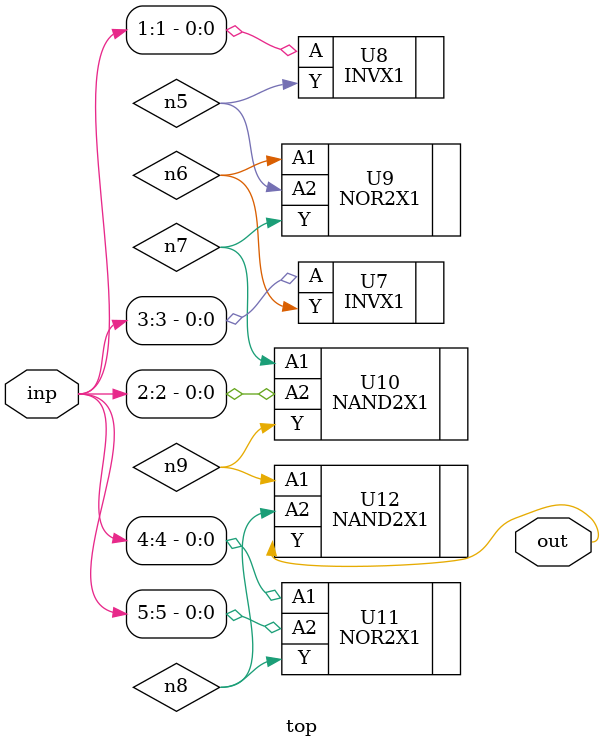
<source format=sv>


module top ( inp, out );
  input [5:0] inp;
  output out;
  wire   n5, n6, n7, n8, n9;

  INVX1 U7 ( .A(inp[3]), .Y(n6) );
  INVX1 U8 ( .A(inp[1]), .Y(n5) );
  NOR2X1 U9 ( .A1(n6), .A2(n5), .Y(n7) );
  NAND2X1 U10 ( .A1(n7), .A2(inp[2]), .Y(n9) );
  NOR2X1 U11 ( .A1(inp[4]), .A2(inp[5]), .Y(n8) );
  NAND2X1 U12 ( .A1(n9), .A2(n8), .Y(out) );
endmodule


</source>
